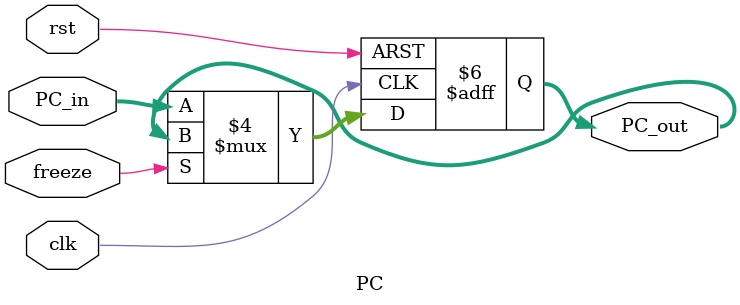
<source format=sv>
module PC(
	input clk, rst, freeze,
	input [31:0] PC_in, 
	output reg [31:0] PC_out);

	always@(posedge clk, posedge rst)begin
		if(rst == 1'b1)
			PC_out <= 0;
		else
			if(freeze == 1'b0)
				PC_out <= PC_in;
	end
 endmodule


</source>
